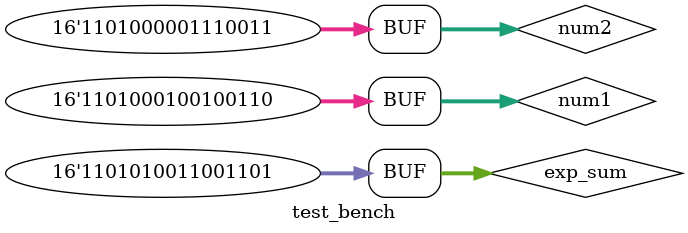
<source format=v>
module hp_adder (
    input wire[15:0] hp_inA,
    input wire[15:0] hp_inB,
    output wire[15:0] hp_sum,
    output wire[1:0] Exceptions
);
    
    //declarations
    
    wire smaller, sign_a, sign_b, subtract_true, sign_similar, rest_similar, inf_true, inf_check_A, inf_check_B, nan_check_A, nan_check_B, nan_true;
    wire [4:0] exp_a, exp_b, exp_diff, larger_exp; 
    wire [12:0] mant_a, mant_b, shift_in, shift_out_a, shift_out_b, shift_out_at, shift_out_bt, operand_a, operand_b;
    wire [13:0] asumb, adiffb, ALU_out;
    wire [14:0] similar;
   
    reg done = 1'b0, sign_fin, zero = 1'b0;
    wire flow_check;
    reg [1:0] flag = 2'b00;
    reg [4:0] amount_shifted = 5'd0, shifting_value;
    reg [5:0] exp_fin;
    reg [11:0] mant_fin = 12'b0;
    wire [9:0] mant_out;
    reg [12:0] mant_diff;
    reg [13:0] temp;
    wire [15:0] a,b;
    
    //splitting 16 - bit input into relavent information
    assign a = hp_inA;
    assign b = hp_inB;
    assign exp_a = a[14:10];
    assign exp_b = b[14:10];
    assign mant_a = ~&(a[14:0] || 15'b0) ? {a[9:0], 3'b0} : {1'b1, a[9:0], 2'b0};
    assign mant_b = ~&(b[14:0] || 15'b0) ? {b[9:0], 3'b0} : {1'b1, b[9:0], 2'b0};
    assign sign_a = a[15];
    assign sign_b = b[15];
    assign similar = a[14:0]^b[14:0];
    assign rest_similar = |similar;
    assign sign_similar = ~(a[15]^b[15]);
    assign inf_check_A = (&a[14:10] && ~|a[9:0]);
    assign inf_check_B = (&b[14:10] && ~|b[9:0]);
    assign nan_check_A = (&a[14:10] && |a[9:0]);
    assign nan_check_B = (&b[14:10] && |b[9:0]);
    assign nan_true = nan_check_A | nan_check_B;
    assign inf_true = inf_check_A | inf_check_B;

    always @(*) begin
        if(exp_a < exp_b)
        begin
            shifting_value = exp_b - exp_a;
            sign_fin = sign_b;
        end
        else if(exp_a > exp_b)
        begin
            shifting_value = exp_a - exp_b;
            sign_fin = sign_a;
        end
        else
        begin
                shifting_value = exp_a - exp_b;
                mant_diff = mant_a - mant_b;
                sign_fin = mant_diff[11]? sign_b: sign_a;
        end
    end

    assign exp_diff = exp_a - exp_b;            
    assign smaller = ~exp_diff[4];              
   
    mux21_10 ma(.a(mant_a), .b(mant_b), .sel(smaller), .out(shift_in));
    barrel_shifter b1(.in(shift_in), .shift_val(shifting_value), .out(shift_out_at));
    mux21_10 mb(.a(mant_a), .b(mant_b), .sel(~smaller), .out(shift_out_bt));

    /*
    ALU Operations (and corresponding shifts)
    */

    assign subtract_true = sign_a ^ sign_b;
    assign comp_2_a = subtract_true & sign_a;
    assign comp_2_b = subtract_true & sign_b;
    assign operand_a = (comp_2_a) ? (~(shift_out_at)+13'b1) : shift_out_at;
    assign operand_b = (comp_2_b) ? (~(shift_out_bt)+13'b1) : shift_out_bt;
    assign ALU_out = operand_a + operand_b;
    
   /*
   Renormalization And Exponent Calculation
   */

    mux21_5 mexp(.a(exp_a), .b(exp_b), .sel(~smaller), .out(larger_exp));
    always @(*) begin
        amount_shifted = 5'b0;
        exp_fin = 6'b0;
        exp_fin = larger_exp;
       if(!subtract_true & !inf_true) begin
            if(ALU_out[1:0] > 2'b01)
                mant_fin = ALU_out[11:0] + 10'b1;
            else
                mant_fin = ALU_out[11:0];

            if(ALU_out[13] == 1'b1) begin
                if(ALU_out[2:0] > 3'b011)
                    mant_fin = ALU_out[12:1] + 10'b1;
                else
                    mant_fin = ALU_out[12:1];
                    
                amount_shifted = 5'b1;
                exp_fin = (&(larger_exp & 5'b11111)) ? larger_exp : (larger_exp + 5'b00001);
            end

        end
        else if(subtract_true & !inf_true)begin
            if(~(rest_similar || sign_similar))
            begin
                amount_shifted = 5'd0;
                mant_fin = 12'b0;
                exp_fin = 5'b0;
            end
            else
            begin
                /*
                Leading Zero Calculator
                */
                casex(ALU_out[12:2])
                    {1'b1, 10'bx}         :begin  amount_shifted = -5'd0;   end
                    {1'b0, 1'b1, 9'bx}    :begin  amount_shifted = -5'd1;   end
                    {2'b0, 1'b1, 8'bx}    :begin  amount_shifted = -5'd2;   end
                    {3'b0, 1'b1, 7'bx}    :begin  amount_shifted = -5'd3;   end
                    {4'b0, 1'b1, 6'bx}    :begin  amount_shifted = -5'd4;   end
                    {5'b0, 1'b1, 5'bx}    :begin  amount_shifted = -5'd5;   end
                    {6'b0, 1'b1, 4'bx}    :begin  amount_shifted = -5'd6;   end
                    {7'b0, 1'b1, 3'bx}    :begin  amount_shifted = -5'd7;   end
                    {8'b0, 1'b1, 2'bx}    :begin  amount_shifted = -5'd8;   end
                    {9'b0, 1'b1, 1'bx}    :begin  amount_shifted = -5'd9;   end
                    {10'b0, 1'b1}         :begin  amount_shifted = -5'd10;  end
                    default               :begin  amount_shifted = -5'd0;   end
                endcase
                temp = (ALU_out << -amount_shifted);
                mant_fin = temp[11:0];
                exp_fin = larger_exp + amount_shifted;
            end
        end
        else
        begin
            exp_fin = 6'b011111;
        end
    end
    assign mant_out = mant_fin[1] ? (mant_fin[11:2]+1'b1) : mant_fin[11:2];
    assign hp_sum = nan_true? 16'b1111111111111111 : (&exp_fin[4:0] ? {sign_fin, exp_fin[4:0], 10'b0}: ({sign_fin, exp_fin[4:0], mant_out}));
    assign flow_check = (~amount_shifted[4] & exp_fin[5]) | &exp_fin[4:0];
    assign Exceptions = nan_true ? (2'b11) : inf_true ? (2'b00) : (flow_check ? (sign_fin ? 2'b10 : 2'b01 ): 2'b00);
endmodule


//Separate non-parameterized muxes for sanity
module mux21_10(
    input wire[12:0] a,
    input wire[12:0] b,
    input wire sel,
    output reg[12:0] out
);
    /* 2:1 Mux with 10 bits as each input and 1 bit select*/
    always@ (*)
        begin
            case(sel)
            1'b0: out = a;
            1'b1: out = b;
            default: out = 0;
            endcase
        end

endmodule



module barrel_shifter (
    input wire[12:0] in,
    input wire[4:0] shift_val,
    output wire[12:0] out);      
    wire [12:0] num = in; 
    reg [12:0] X, Y, Z, W, Dout;

    always @ (*)
      begin
        
      /*  
        num -> X -> Y -> Z -> W -> Dout
        Where num->X would be a 0 or 1 bit shift, X->Y would be a 0 or 2 bit shift, 
        Y->Z would be a 0 or 4 bit shift and Z->Dout would be a 0 or 8 bit shift.
        Each of these 0 or 2^n shift would be as per the n'th bit of shift_val
      */

      X = shift_val[0] ? {1'b0, num[12:1]} : num[12:0];
      Y = shift_val[1] ? {2'b0, X[12:2]} : X[12:0];
      Z = shift_val[2] ? {4'b0, Y[12:4]} : Y[12:0];
      W = shift_val[3] ? {8'b0, Z[12:8]} : Z[12:0];
      Dout = shift_val[4] ? 13'b0 : W[12:0];
      
    end
    assign out = Dout;
endmodule



module mux21_5(
    input wire[4:0] a,
    input wire[4:0] b,
    input wire sel,
    output reg[4:0] out
);
    /* 2:1 Mux with 5 bits as each input and 1 bit select*/
    always@ (*)
        begin
            case(sel)
            1'b0: out = a;
            1'b1: out = b;
            default: out = 0;
            endcase
        end
endmodule


module test_bench ();
    reg [15:0] num1;
    reg [15:0] num2;
    reg [9:0] expected;
    wire [15:0] total;
    wire [1:0] op_flags;
    reg [15:0] exp_sum;
    hp_adder fp_adder(.hp_inA(num1), .hp_inB(num2), .hp_sum(total), .Exceptions(op_flags));
    initial 
    begin
        $monitor("In1 =  %b In2 = %b\nOutput = %b Exceptions = %b\nExpect = %b\n\n", num1, num2, total, op_flags, exp_sum);
        
        num1 = 16'b1111011110010100;    //-3.104E4
        num2 = 16'b1111101100101010;    //-5.87E4
        exp_sum = 16'b1111110000000000; //-inf :  Set Underflow flag
        
        #50
        num1 = 16'b0111011110010100;    //3.104E4
        num2 = 16'b0111101100101010;    //5.87E4
        exp_sum = 16'b0111110000000000; //inf :  Set Overflow flag
        
        #50 
        num1 = 16'b0100101000100001;    //12.26
        num2 = 16'b1100101000100001;    //-12.26
        exp_sum = 16'b0000000000000000; //0
        
        #50
        num1 = 16'b1111011110010100;    //-3.104E4
        num2 = 16'b1111111100101010;    //NaN
        exp_sum = 16'b1111111111111111; //NaN
        
        #50
        num1 = 16'b0111110000000000;    //+inf
        num2 = 16'b0111110000000000;    //+inf
        exp_sum = 16'b0111110000000000; //+inf : set others flag (infinity case)
        
        #50
        num1 = 16'b1111011110010100;    //-3.104E4
        num2 = 16'b1110110110111100;    //-5.87E3
        exp_sum = 16'b1111100010000010; //-3.693E4
        
        #50
        num1 = 16'b0111011110010100;    //3.104E4
        num2 = 16'b0110110110111100;    //5.87E3
        exp_sum = 16'b0111100010000010; //3.693E4
        
        #50
        num1 = 16'b1100101110000000;    //0
        num2 = 16'b1101010101111010;    //0
        exp_sum = 16'b1101011001101010;
        
        #50
        num1 = 16'b0000000000000000;    //0
        num2 = 16'b0000000000000000;    //0
        exp_sum = 16'b0000000000000000;

        #50
        num1 = 16'b0100101000100001;    //12.26
        num2 = 16'b1111110000000000;    //-inf
        exp_sum = 16'b1111110000000000; //+inf
        
        #50
        num1 = 16'b0111110000000000;    //+inf
        num2 = 16'b1111110000000000;    //-inf
        exp_sum = 16'b0111110000000000; //+inf
        
        #50
        num1 = 16'b0100101000100001;    //12.26
        num2 = 16'b0111110000000000;    //+inf
        exp_sum = 16'b0111110000000000; //+inf
        
        
        #50
        num1 = 16'b0100101000100001;    //12.26
        num2 = 16'b0100000000000000;     //2.0
        exp_sum = 16'b0100101100100001; //2.0
        
        #50
        num1 = 16'b0100101000100001;    //12.26
        num2 = 16'b0011110000000000;    //1
        exp_sum = 16'b0100101010100001; //13.26

        #50
        num1 = 16'b1100000010011010;    //-2.3
        num2 = 16'b0100010001001101;    //4.3
        exp_sum = 16'b0100000000000000; //2.0
        
        #50
        num1 = 16'b0100101000100001;    //12.26
        num2 = 16'b0101010001011011;    //69.7
        exp_sum = 16'b0101010100011111; //81.94
        

        #50
        num1 = 16'b0101010110100110;    //90.4
        num2 = 16'b0101000100100110;    //41.2
        exp_sum = 16'b0101100000011101;
        
        #50        
        num1 = 16'b0101000001110011;    //35.6
        num2 = 16'b0101000100100110;    //41.2
        exp_sum = 16'b0101010011001101;

        #50
        num1 = 16'b0011100011001101;    //0.6
        num2 = 16'b0101000100100110;    //41.2
        exp_sum = 16'b0101000100111001;

        #50        
        num1 = 16'b1101010110100110;    //-90.4
        num2 = 16'b0101000100100110;    //41.2
        exp_sum = 16'b1101001000100110;

        #50
        num1 = 16'b0101000001110011;    //35.6
        num2 = 16'b1101000100100110;    //-41.2
        exp_sum = 16'b1100010110011000;
        
        #50
        num2 = 16'b1101000001110011;    //-35.6
        num1 = 16'b1101000100100110;    //-41.2
        exp_sum = 16'b1101010011001101;
    end
endmodule

</source>
